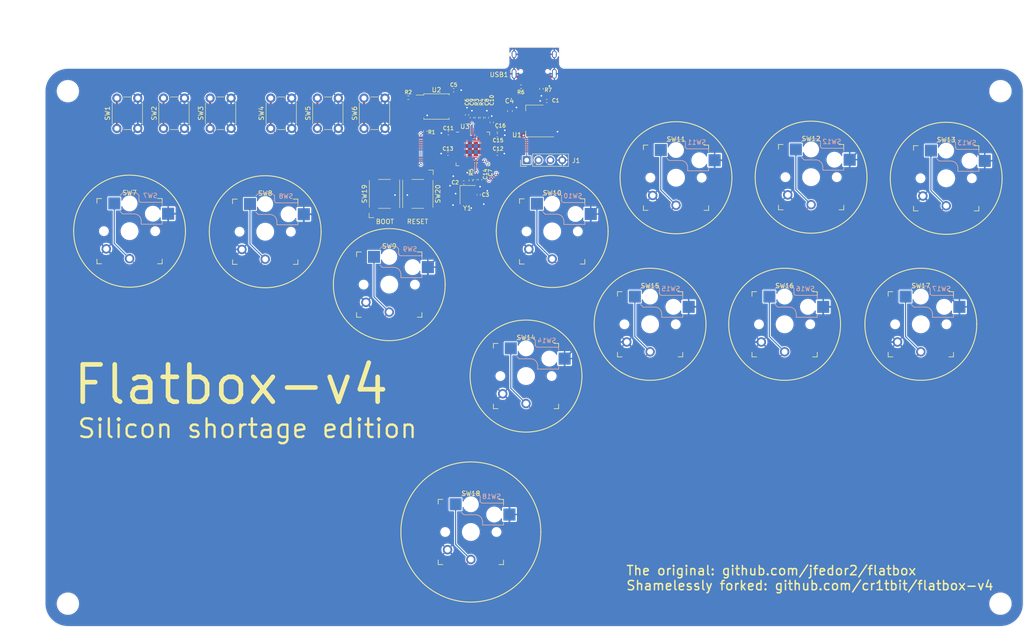
<source format=kicad_pcb>
(kicad_pcb (version 20211014) (generator pcbnew)
  (layers (0 "F.Cu" signal) (31 "B.Cu" signal) (34 "B.Paste" user) (35 "F.Paste" user) (36 "B.SilkS" user "B.Silkscreen") (37 "F.SilkS" user "F.Silkscreen") (38 "B.Mask" user) (39 "F.Mask" user) (44 "Edge.Cuts" user))
  (net 0 "")
  (net 1 "GND")
  (net 2 "+5V")
  (net 3 "D-")
  (net 4 "D+")
  (net 5 "Net-(U3-Pad20)")
  (net 6 "Net-(U3-Pad56)")
  (net 7 "LEFT")
  (net 8 "DOWN")
  (net 9 "RIGHT")
  (net 10 "UP")
  (net 11 "L1")
  (net 12 "R1")
  (net 13 "TRIANGLE")
  (net 14 "SQUARE")
  (net 15 "CIRCLE")
  (net 16 "CROSS")
  (net 17 "R2")
  (net 18 "L2")
  (net 19 "Net-(C3-Pad1)")
  (net 20 "+3V3")
  (net 21 "+1V1")
  (net 22 "Net-(R3-Pad2)")
  (net 23 "Net-(R4-Pad2)")
  (net 24 "Net-(R6-Pad1)")
  (net 25 "Net-(R7-Pad1)")
  (net 26 "Net-(U3-Pad21)")
  (net 27 "Net-(U3-Pad26)")
  (net 28 "Net-(U3-Pad51)")
  (net 29 "OPT1")
  (net 30 "OPT2")
  (net 31 "OPT3")
  (net 32 "OPT4")
  (net 33 "OPT5")
  (net 34 "OPT6")
  (net 35 "Net-(R1-Pad2)")
  (net 36 "Net-(U2-Pad6)")
  (net 37 "Net-(U3-Pad53)")
  (net 38 "Net-(U3-Pad54)")
  (net 39 "Net-(U3-Pad55)")
  (net 48 "Net-(U3-Pad25)")
  (net 49 "Net-(U3-Pad24)")
  (footprint "Kailh:Kailh_socket_PG1350_optional" (layer "F.Cu") (at 87.32 65.17)
    (fp_text reference "SW8")
    (fp_text value "SW_Push")
  )
  (footprint "Kailh:Kailh_socket_PG1350_optional" (layer "F.Cu") (at 113.92 76.52)
    (fp_text reference "SW9")
    (fp_text value "SW_Push")
  )
  (footprint "Kailh:Kailh_socket_PG1350_optional" (layer "F.Cu") (at 131.42 129.62)
    (fp_text reference "SW18")
    (fp_text value "SW_Push")
  )
  (footprint "Kailh:Kailh_socket_PG1350_optional" (layer "F.Cu") (at 148.86 65.11)
    (fp_text reference "SW10")
    (fp_text value "SW_Push")
  )
  (footprint "Kailh:Kailh_socket_PG1350_optional" (layer "F.Cu") (at 175.42 53.58)
    (fp_text reference "SW11")
    (fp_text value "SW_Push")
  )
  (footprint "Kailh:Kailh_socket_PG1350_optional" (layer "F.Cu") (at 204.39 53.46)
    (fp_text reference "SW12")
    (fp_text value "SW_Push")
  )
  (footprint "Kailh:Kailh_socket_PG1350_optional" (layer "F.Cu") (at 233.36 53.7)
    (fp_text reference "SW13")
    (fp_text value "SW_Push")
  )
  (footprint "Kailh:Kailh_socket_PG1350_optional" (layer "F.Cu") (at 143.25 96.15)
    (fp_text reference "SW14")
    (fp_text value "SW_Push")
  )
  (footprint "Kailh:Kailh_socket_PG1350_optional" (layer "F.Cu") (at 169.86 85.04)
    (fp_text reference "SW15")
    (fp_text value "SW_Push")
  )
  (footprint "Kailh:Kailh_socket_PG1350_optional" (layer "F.Cu") (at 198.71 85.04)
    (fp_text reference "SW16")
    (fp_text value "SW_Push")
  )
  (footprint "Kailh:Kailh_socket_PG1350_optional" (layer "F.Cu") (at 227.92 85.04)
    (fp_text reference "SW17")
    (fp_text value "SW_Push")
  )
  (footprint "Kailh:Kailh_socket_PG1350_optional" (layer "F.Cu") (at 58.225 65.05)
    (fp_text reference "SW7")
    (fp_text value "SW_Push")
  )
  (footprint "Button_Switch_THT:SW_PUSH_6mm_H5mm" (layer "F.Cu") (at 88.5 43 90)
    (fp_text reference "SW4")
    (fp_text value "SW_Push")
  )
  (footprint "Button_Switch_THT:SW_PUSH_6mm_H5mm" (layer "F.Cu") (at 65.5 43 90)
    (fp_text reference "SW2")
    (fp_text value "SW_Push")
  )
  (footprint "Button_Switch_THT:SW_PUSH_6mm_H5mm" (layer "F.Cu") (at 98.5 43 90)
    (fp_text reference "SW5")
    (fp_text value "SW_Push")
  )
  (footprint "Button_Switch_THT:SW_PUSH_6mm_H5mm" (layer "F.Cu") (at 55.5 43 90)
    (fp_text reference "SW1")
    (fp_text value "SW_Push")
  )
  (footprint "Button_Switch_THT:SW_PUSH_6mm_H5mm" (layer "F.Cu") (at 75.5 43 90)
    (fp_text reference "SW3")
    (fp_text value "SW_Push")
  )
  (footprint "Button_Switch_THT:SW_PUSH_6mm_H5mm" (layer "F.Cu") (at 108.5 43 90)
    (fp_text reference "SW6")
    (fp_text value "SW_Push")
  )
  (footprint "Resistor_SMD:R_0402_1005Metric" (layer "F.Cu") (at 146.55 34.5 -90)
    (fp_text reference "R7")
    (fp_text value "5.1k")
  )
  (footprint "Type-C:HRO-TYPE-C-31-M-12-Assembly" (layer "F.Cu") (at 145 24.5 180)
    (fp_text reference "USB1")
    (fp_text value "HRO-TYPE-C-31-M-12")
  )
  (footprint "Resistor_SMD:R_0402_1005Metric" (layer "F.Cu") (at 142.15 34.05 180)
    (fp_text reference "R6")
    (fp_text value "5.1k")
  )
  (footprint "Capacitor_SMD:C_0402_1005Metric" (layer "F.Cu") (at 147.7 37.1 180)
    (fp_text reference "C1")
    (fp_text value "1u")
  )
  (footprint "Capacitor_SMD:C_0402_1005Metric" (layer "F.Cu") (at 129.9 54.6)
    (fp_text reference "C2")
    (fp_text value "30p")
  )
  (footprint "Capacitor_SMD:C_0603_1608Metric" (layer "F.Cu") (at 139.8 39.275 90)
    (fp_text reference "C4")
    (fp_text value "10u")
  )
  (footprint "Capacitor_SMD:C_0402_1005Metric" (layer "F.Cu") (at 127.75 34.8)
    (fp_text reference "C5")
    (fp_text value "100n")
  )
  (footprint "Capacitor_SMD:C_0402_1005Metric" (layer "F.Cu") (at 130.6 40.1 90)
    (fp_text reference "C6")
    (fp_text value "100n")
  )
  (footprint "Capacitor_SMD:C_0402_1005Metric" (layer "F.Cu") (at 133.4 54 -90)
    (fp_text reference "C7")
    (fp_text value "100n")
  )
  (footprint "Capacitor_SMD:C_0402_1005Metric" (layer "F.Cu") (at 134.85 40.7 90)
    (fp_text reference "C8")
    (fp_text value "1u")
  )
  (footprint "Capacitor_SMD:C_0402_1005Metric" (layer "F.Cu") (at 131.65 40.7 90)
    (fp_text reference "C9")
    (fp_text value "100n")
  )
  (footprint "Capacitor_SMD:C_0402_1005Metric" (layer "F.Cu") (at 135.9 41.7 90)
    (fp_text reference "C10")
    (fp_text value "1u")
  )
  (footprint "Capacitor_SMD:C_0402_1005Metric" (layer "F.Cu") (at 137.1 44.45)
    (fp_text reference "C15")
    (fp_text value "100n")
  )
  (footprint "Capacitor_SMD:C_0402_1005Metric" (layer "F.Cu") (at 137.1 43.4)
    (fp_text reference "C16")
    (fp_text value "100n")
  )
  (footprint "Resistor_SMD:R_0402_1005Metric" (layer "F.Cu") (at 121.65 43.6 -90)
    (fp_text reference "R1")
    (fp_text value "1k")
  )
  (footprint "Resistor_SMD:R_0402_1005Metric" (layer "F.Cu") (at 118 36.4)
    (fp_text reference "R2")
    (fp_text value "10k")
  )
  (footprint "Resistor_SMD:R_0402_1005Metric" (layer "F.Cu") (at 133.78 40.7 -90)
    (fp_text reference "R4")
    (fp_text value "27")
  )
  (footprint "Button_Switch_SMD:SW_SPST_Omron_B3FS-100xP" (layer "F.Cu") (at 112.9 57.05 90)
    (fp_text reference "SW19")
    (fp_text value "SW_Push")
  )
  (footprint "Package_SO:SOIC-8_5.23x5.23mm_P1.27mm" (layer "F.Cu") (at 124.05 38.3)
    (fp_text reference "U2")
    (fp_text value "W25Q128JVS")
  )
  (footprint "RP2040:RP2040-QFN-56" (layer "F.Cu") (at 131.85 47.4)
    (fp_text reference "U3")
    (fp_text value "RP2040")
  )
  (footprint "Crystal:Crystal_SMD_3225-4Pin_3.2x2.5mm" (layer "F.Cu") (at 130.75 57.25 -90)
    (fp_text reference "Y1")
    (fp_text value "Crystal_GND24")
  )
  (footprint "Resistor_SMD:R_0402_1005Metric" (layer "F.Cu") (at 132.7 40.7 -90)
    (fp_text reference "R3")
    (fp_text value "27")
  )
  (footprint "Capacitor_SMD:C_0402_1005Metric" (layer "F.Cu") (at 133.1 57.25 -90)
    (fp_text reference "C3")
    (fp_text value "30p")
  )
  (footprint "Button_Switch_SMD:SW_SPST_Omron_B3FS-100xP" (layer "F.Cu") (at 120.05 57.05 -90)
    (fp_text reference "SW20")
    (fp_text value "SW_Push")
  )
  (footprint "Capacitor_SMD:C_0402_1005Metric" (layer "F.Cu") (at 126.5 48.4 180)
    (fp_text reference "C13")
    (fp_text value "100n")
  )
  (footprint "Capacitor_SMD:C_0402_1005Metric" (layer "F.Cu") (at 137.1 48.4)
    (fp_text reference "C12")
    (fp_text value "100n")
  )
  (footprint "Resistor_SMD:R_0402_1005Metric" (layer "F.Cu") (at 131.4 54.15 90)
    (fp_text reference "R5")
    (fp_text value "1k")
  )
  (footprint "Capacitor_SMD:C_0402_1005Metric" (layer "F.Cu") (at 132.37 54 -90)
    (fp_text reference "C14")
    (fp_text value "100n")
  )
  (footprint "Capacitor_SMD:C_0402_1005Metric" (layer "F.Cu") (at 126.6 44 180)
    (fp_text reference "C11")
    (fp_text value "100n")
  )
  (footprint "Package_TO_SOT_SMD:SOT-223-3_TabPin2" (layer "F.Cu") (at 145.1 41.4 180)
    (fp_text reference "U1")
    (fp_text value "AMS1117-3.3")
  )
  (footprint "Connector_PinHeader_2.54mm:PinHeader_1x04_P2.54mm_Vertical" (layer "F.Cu") (at 143.4 49.8 90)
    (fp_text reference "J1")
    (fp_text value "Conn_01x04")
  )
  (gr_line (start 70.219015 65.05228) (end 70.219015 65.05228) (layer "F.SilkS") (width 0.2))
  (gr_curve (pts (xy 93.312452 54.754648) (xy 97.023636 56.903105) (xy 99.309821 60.873617) (xy 99.309821 65.17053)) (layer "F.SilkS") (width 0.2))
  (gr_curve (pts (xy 233.918028 74.621539) (xy 237.629213 76.769996) (xy 239.915397 80.740507) (xy 239.915397 85.037421)) (layer "F.SilkS") (width 0.2))
  (gr_curve (pts (xy 245.355098 53.699766) (xy 245.355097 60.342218) (xy 239.98487 65.72699) (xy 233.36036 65.72699)) (layer "F.SilkS") (width 0.2))
  (gr_curve (pts (xy 136.868315 65.114986) (xy 136.868315 60.818073) (xy 139.154499 56.847561) (xy 142.865684 54.699104)) (layer "F.SilkS") (width 0.2))
  (gr_curve (pts (xy 192.714192 95.453303) (xy 189.003008 93.304846) (xy 186.716823 89.334334) (xy 186.716823 85.037421)) (layer "F.SilkS") (width 0.2))
  (gr_curve (pts (xy 163.859914 74.621539) (xy 167.571099 72.473082) (xy 172.143467 72.473082) (xy 175.854652 74.621539)) (layer "F.SilkS") (width 0.2))
  (gr_curve (pts (xy 163.420555 53.581518) (xy 163.420555 49.284605) (xy 165.706739 45.314093) (xy 169.417923 43.165636)) (layer "F.SilkS") (width 0.2))
  (gr_curve (pts (xy 138.918561 116.589918) (xy 143.561067 119.277529) (xy 146.420969 124.244441) (xy 146.420969 129.619665)) (layer "F.SilkS") (width 0.2))
  (gr_curve (pts (xy 137.252477 106.569308) (xy 133.541293 104.420852) (xy 131.255108 100.45034) (xy 131.255108 96.153426)) (layer "F.SilkS") (width 0.2))
  (gr_curve (pts (xy 52.226909 75.468162) (xy 48.515724 73.319705) (xy 46.22954 69.349193) (xy 46.22954 65.05228)) (layer "F.SilkS") (width 0.2))
  (gr_curve (pts (xy 125.917273 76.523042) (xy 125.917273 80.819955) (xy 123.631089 84.790467) (xy 119.919904 86.938924)) (layer "F.SilkS") (width 0.2))
  (gr_curve (pts (xy 210.385198 63.879139) (xy 206.674013 66.027596) (xy 202.101645 66.027596) (xy 198.39046 63.879139)) (layer "F.SilkS") (width 0.2))
  (gr_curve (pts (xy 75.320345 65.17053) (xy 75.320345 60.873617) (xy 77.606529 56.903105) (xy 81.317714 54.754648)) (layer "F.SilkS") (width 0.2))
  (gr_curve (pts (xy 227.362991 43.283884) (xy 231.074176 41.135427) (xy 235.646544 41.135427) (xy 239.357729 43.283884)) (layer "F.SilkS") (width 0.2))
  (gr_curve (pts (xy 149.247215 106.569308) (xy 145.53603 108.717765) (xy 140.963662 108.717765) (xy 137.252477 106.569308)) (layer "F.SilkS") (width 0.2))
  (gr_curve (pts (xy 221.92329 74.621539) (xy 225.634475 72.473082) (xy 230.206843 72.473082) (xy 233.918028 74.621539)) (layer "F.SilkS") (width 0.2))
  (gr_line (start 125.917273 76.523042) (end 125.917273 76.523042) (layer "F.SilkS") (width 0.2))
  (gr_line (start 210.706299 85.037421) (end 210.706299 85.037421) (layer "F.SilkS") (width 0.2))
  (gr_curve (pts (xy 142.865684 54.699104) (xy 146.576869 52.550648) (xy 151.149237 52.550648) (xy 154.860422 54.699104)) (layer "F.SilkS") (width 0.2))
  (gr_curve (pts (xy 154.860422 75.530868) (xy 151.149237 77.679325) (xy 146.576869 77.679325) (xy 142.865684 75.530868)) (layer "F.SilkS") (width 0.2))
  (gr_curve (pts (xy 101.927798 76.523042) (xy 101.927798 72.226128) (xy 104.213982 68.255617) (xy 107.925166 66.10716)) (layer "F.SilkS") (width 0.2))
  (gr_curve (pts (xy 233.36036 65.72699) (xy 226.73585 65.72699) (xy 221.365623 60.342218) (xy 221.365622 53.699766)) (layer "F.SilkS") (width 0.2))
  (gr_curve (pts (xy 192.393091 53.463258) (xy 192.393091 49.166344) (xy 194.679275 45.195832) (xy 198.39046 43.047376)) (layer "F.SilkS") (width 0.2))
  (gr_curve (pts (xy 146.420969 129.619665) (xy 146.420969 134.994889) (xy 143.561067 139.9618) (xy 138.918561 142.649412)) (layer "F.SilkS") (width 0.2))
  (gr_curve (pts (xy 46.22954 65.05228) (xy 46.22954 60.755367) (xy 48.515724 56.784855) (xy 52.226909 54.636398)) (layer "F.SilkS") (width 0.2))
  (gr_curve (pts (xy 175.854652 74.621539) (xy 179.565837 76.769996) (xy 181.852021 80.740507) (xy 181.852021 85.037421)) (layer "F.SilkS") (width 0.2))
  (gr_curve (pts (xy 142.865684 75.530868) (xy 139.154499 73.382411) (xy 136.868315 69.4119) (xy 136.868315 65.114986)) (layer "F.SilkS") (width 0.2))
  (gr_curve (pts (xy 107.925166 86.938924) (xy 104.213982 84.790467) (xy 101.927798 80.819955) (xy 101.927798 76.523042)) (layer "F.SilkS") (width 0.2))
  (gr_curve (pts (xy 233.918028 95.453303) (xy 230.206843 97.601759) (xy 225.634475 97.601759) (xy 221.92329 95.453303)) (layer "F.SilkS") (width 0.2))
  (gr_curve (pts (xy 163.859914 95.453303) (xy 160.148729 93.304846) (xy 157.862545 89.334334) (xy 157.862545 85.037421)) (layer "F.SilkS") (width 0.2))
  (gr_curve (pts (xy 210.385198 43.047376) (xy 214.096383 45.195832) (xy 216.382567 49.166344) (xy 216.382567 53.463258)) (layer "F.SilkS") (width 0.2))
  (gr_curve (pts (xy 64.221646 54.636398) (xy 67.932831 56.784855) (xy 70.219015 60.755367) (xy 70.219015 65.05228)) (layer "F.SilkS") (width 0.2))
  (gr_curve (pts (xy 123.913745 142.649412) (xy 119.271238 139.9618) (xy 116.411337 134.994889) (xy 116.411337 129.619665)) (layer "F.SilkS") (width 0.2))
  (gr_curve (pts (xy 204.70893 74.621539) (xy 208.420115 76.769996) (xy 210.706299 80.740507) (xy 210.706299 85.037421)) (layer "F.SilkS") (width 0.2))
  (gr_line (start 187.41003 53.581518) (end 187.41003 53.581518) (layer "F.SilkS") (width 0.2))
  (gr_curve (pts (xy 93.312452 75.586412) (xy 89.601267 77.734869) (xy 85.028899 77.734869) (xy 81.317714 75.586412)) (layer "F.SilkS") (width 0.2))
  (gr_curve (pts (xy 216.382567 53.463258) (xy 216.382567 57.760171) (xy 214.096383 61.730683) (xy 210.385198 63.879139)) (layer "F.SilkS") (width 0.2))
  (gr_curve (pts (xy 154.860422 54.699104) (xy 158.571607 56.847561) (xy 160.857791 60.818073) (xy 160.857791 65.114986)) (layer "F.SilkS") (width 0.2))
  (gr_curve (pts (xy 181.852021 85.037421) (xy 181.852021 89.334334) (xy 179.565837 93.304846) (xy 175.854652 95.453303)) (layer "F.SilkS") (width 0.2))
  (gr_curve (pts (xy 107.925166 66.10716) (xy 111.636351 63.958703) (xy 116.208719 63.958703) (xy 119.919904 66.10716)) (layer "F.SilkS") (width 0.2))
  (gr_curve (pts (xy 210.706299 85.037421) (xy 210.706299 89.334334) (xy 208.420115 93.304846) (xy 204.70893 95.453303)) (layer "F.SilkS") (width 0.2))
  (gr_curve (pts (xy 81.317714 54.754648) (xy 85.028899 52.606192) (xy 89.601267 52.606192) (xy 93.312452 54.754648)) (layer "F.SilkS") (width 0.2))
  (gr_curve (pts (xy 198.39046 63.879139) (xy 194.679275 61.730683) (xy 192.393091 57.760171) (xy 192.393091 53.463258)) (layer "F.SilkS") (width 0.2))
  (gr_curve (pts (xy 116.411337 129.619665) (xy 116.411337 124.244441) (xy 119.271238 119.277529) (xy 123.913745 116.589918)) (layer "F.SilkS") (width 0.2))
  (gr_curve (pts (xy 149.247215 85.737546) (xy 152.9584 87.886001) (xy 155.244584 91.856513) (xy 155.244584 96.153426)) (layer "F.SilkS") (width 0.2))
  (gr_line (start 155.244584 96.153426) (end 155.244584 96.153426) (layer "F.SilkS") (width 0.2))
  (gr_curve (pts (xy 155.244584 96.153426) (xy 155.244584 100.45034) (xy 152.9584 104.420852) (xy 149.247215 106.569308)) (layer "F.SilkS") (width 0.2))
  (gr_curve (pts (xy 181.412661 63.9974) (xy 177.701476 66.145857) (xy 173.129108 66.145857) (xy 169.417923 63.9974)) (layer "F.SilkS") (width 0.2))
  (gr_curve (pts (xy 175.854652 95.453303) (xy 172.143467 97.601759) (xy 167.571099 97.601759) (xy 163.859914 95.453303)) (layer "F.SilkS") (width 0.2))
  (gr_curve (pts (xy 137.252477 85.737546) (xy 140.963662 83.589088) (xy 145.53603 83.589088) (xy 149.247215 85.737546)) (layer "F.SilkS") (width 0.2))
  (gr_curve (pts (xy 192.714192 74.621539) (xy 196.425377 72.473082) (xy 200.997745 72.473082) (xy 204.70893 74.621539)) (layer "F.SilkS") (width 0.2))
  (gr_line (start 160.857791 65.114986) (end 160.857791 65.114986) (layer "F.SilkS") (width 0.2))
  (gr_curve (pts (xy 64.221646 75.468162) (xy 60.510462 77.616619) (xy 55.938093 77.616619) (xy 52.226909 75.468162)) (layer "F.SilkS") (width 0.2))
  (gr_curve (pts (xy 131.255108 96.153426) (xy 131.255108 91.856513) (xy 133.541293 87.886001) (xy 137.252477 85.737546)) (layer "F.SilkS") (width 0.2))
  (gr_curve (pts (xy 204.70893 95.453303) (xy 200.997745 97.601759) (xy 196.425377 97.601759) (xy 192.714192 95.453303)) (layer "F.SilkS") (width 0.2))
  (gr_curve (pts (xy 187.41003 53.581518) (xy 187.41003 57.878432) (xy 185.123846 61.848943) (xy 181.412661 63.9974)) (layer "F.SilkS") (width 0.2))
  (gr_line (start 216.382567 53.463258) (end 216.382567 53.463258) (layer "F.SilkS") (width 0.2))
  (gr_curve (pts (xy 221.365622 53.699766) (xy 221.365622 49.402853) (xy 223.651806 45.432341) (xy 227.362991 43.283884)) (layer "F.SilkS") (width 0.2))
  (gr_curve (pts (xy 198.39046 43.047376) (xy 202.101645 40.898919) (xy 206.674013 40.898919) (xy 210.385198 43.047376)) (layer "F.SilkS") (width 0.2))
  (gr_curve (pts (xy 119.919904 66.10716) (xy 123.631089 68.255617) (xy 125.917273 72.226128) (xy 125.917273 76.523042)) (layer "F.SilkS") (width 0.2))
  (gr_curve (pts (xy 169.417923 43.165636) (xy 173.129108 41.01718) (xy 177.701476 41.01718) (xy 181.412661 43.165636)) (layer "F.SilkS") (width 0.2))
  (gr_curve (pts (xy 123.913745 116.589918) (xy 128.556251 113.902306) (xy 134.276055 113.902306) (xy 138.918561 116.589918)) (layer "F.SilkS") (width 0.2))
  (gr_line (start 245.355098 53.699766) (end 245.355098 53.699766) (layer "F.SilkS") (width 0.2))
  (gr_line (start 99.309821 65.17053) (end 99.309821 65.17053) (layer "F.SilkS") (width 0.2))
  (gr_curve (pts (xy 181.412661 43.165636) (xy 185.123846 45.314093) (xy 187.41003 49.284605) (xy 187.41003 53.581518)) (layer "F.SilkS") (width 0.2))
  (gr_curve (pts (xy 70.219015 65.05228) (xy 70.219015 69.349193) (xy 67.932831 73.319705) (xy 64.221646 75.468162)) (layer "F.SilkS") (width 0.2))
  (gr_curve (pts (xy 81.317714 75.586412) (xy 77.606529 73.437955) (xy 75.320345 69.467444) (xy 75.320345 65.17053)) (layer "F.SilkS") (width 0.2))
  (gr_curve (pts (xy 119.919904 86.938924) (xy 116.208719 89.08738) (xy 111.636351 89.08738) (xy 107.925166 86.938924)) (layer "F.SilkS") (width 0.2))
  (gr_curve (pts (xy 239.915397 85.037421) (xy 239.915397 89.334334) (xy 237.629213 93.304846) (xy 233.918028 95.453303)) (layer "F.SilkS") (width 0.2))
  (gr_curve (pts (xy 239.357729 43.283884) (xy 243.068914 45.432341) (xy 245.355098 49.402853) (xy 245.355098 53.699766)) (layer "F.SilkS") (width 0.2))
  (gr_line (start 239.915397 85.037421) (end 239.915397 85.037421) (layer "F.SilkS") (width 0.2))
  (gr_curve (pts (xy 215.925921 85.037421) (xy 215.925921 80.740507) (xy 218.212105 76.769996) (xy 221.92329 74.621539)) (layer "F.SilkS") (width 0.2))
  (gr_curve (pts (xy 52.226909 54.636398) (xy 55.938093 52.487941) (xy 60.510462 52.487941) (xy 64.221646 54.636398)) (layer "F.SilkS") (width 0.2))
  (gr_curve (pts (xy 138.918561 142.649412) (xy 134.276055 145.337024) (xy 128.556251 145.337024) (xy 123.913745 142.649412)) (layer "F.SilkS") (width 0.2))
  (gr_curve (pts (xy 157.862545 85.037421) (xy 157.862545 80.740507) (xy 160.148729 76.769996) (xy 163.859914 74.621539)) (layer "F.SilkS") (width 0.2))
  (gr_curve (pts (xy 160.857791 65.114986) (xy 160.857791 69.4119) (xy 158.571607 73.382411) (xy 154.860422 75.530868)) (layer "F.SilkS") (width 0.2))
  (gr_curve (pts (xy 99.309821 65.17053) (xy 99.309821 69.467444) (xy 97.023636 73.437955) (xy 93.312452 75.586412)) (layer "F.SilkS") (width 0.2))
  (gr_line (start 146.420969 129.619665) (end 146.420969 129.619665) (layer "F.SilkS") (width 0.2))
  (gr_line (start 181.852021 85.037421) (end 181.852021 85.037421) (layer "F.SilkS") (width 0.2))
  (gr_curve (pts (xy 169.417923 63.9974) (xy 165.706739 61.848943) (xy 163.420555 57.878432) (xy 163.420555 53.581518)) (layer "F.SilkS") (width 0.2))
  (gr_curve (pts (xy 186.716823 85.037421) (xy 186.716823 80.740507) (xy 189.003008 76.769996) (xy 192.714192 74.621539)) (layer "F.SilkS") (width 0.2))
  (gr_curve (pts (xy 221.92329 95.453303) (xy 218.212105 93.304846) (xy 215.925921 89.334334) (xy 215.925921 85.037421)) (layer "F.SilkS") (width 0.2))
  (gr_line (start 150.5 25.5) (end 150.5 29) (layer "Edge.Cuts") (width 0.05))
  (gr_line (start 45 30) (end 138.5 30) (layer "Edge.Cuts") (width 0.05))
  (gr_line (start 250 35) (end 250 145) (layer "Edge.Cuts") (width 0.05))
  (gr_line (start 245 150) (end 45 150) (layer "Edge.Cuts") (width 0.05))
  (gr_line (start 40 145) (end 40 35) (layer "Edge.Cuts") (width 0.05))
  (gr_line (start 151.5 30) (end 245 30) (layer "Edge.Cuts") (width 0.05))
  (gr_line (start 139.5 29) (end 139.5 25.5) (layer "Edge.Cuts") (width 0.05))
  (gr_arc (start 45 150) (mid 41.464466 148.535534) (end 40 145) (layer "Edge.Cuts") (width 0.05))
  (gr_circle (center 45 145) (end 47.2 145) (layer "Edge.Cuts") (width 0.05) (fill none))
  (gr_circle (center 45 35) (end 47.2 35) (layer "Edge.Cuts") (width 0.05) (fill none))
  (gr_arc (start 40 35) (mid 41.464466 31.464466) (end 45 30) (layer "Edge.Cuts") (width 0.05))
  (gr_circle (center 245 145) (end 247.2 145) (layer "Edge.Cuts") (width 0.05) (fill none))
  (gr_line (start 139.5 25.5) (end 150.5 25.5) (layer "Edge.Cuts") (width 0.05))
  (gr_arc (start 245 30) (mid 248.535534 31.464466) (end 250 35) (layer "Edge.Cuts") (width 0.05))
  (gr_arc (start 139.5 29) (mid 139.207107 29.707107) (end 138.5 30) (layer "Edge.Cuts") (width 0.05))
  (gr_arc (start 250 145) (mid 248.535534 148.535534) (end 245 150) (layer "Edge.Cuts") (width 0.05))
  (gr_arc (start 151.5 30) (mid 150.792893 29.707107) (end 150.5 29) (layer "Edge.Cuts") (width 0.05))
  (gr_circle (center 245 35) (end 247.2 35) (layer "Edge.Cuts") (width 0.05) (fill none))
  (gr_text "The original: github.com/jfedor2/flatbox\nShamelessly forked: github.com/cr1tbit/flatbox-v4" (at 164.6 139.5) (layer "F.SilkS") (effects (font (size 2 2) (thickness 0.3)) (justify left)))
  (gr_text "BOOT" (at 113 63) (layer "F.SilkS") (effects (font (size 1 1))))
  (gr_text "Flatbox-v4" (at 80 98) (layer "F.SilkS") (effects (font (size 8 8) (thickness 1))))
  (gr_text "RESET" (at 120 63) (layer "F.SilkS") (effects (font (size 1 1))))
  (gr_text "Silicon shortage edition" (at 83.5 107.4) (layer "F.SilkS") (effects (font (size 4 4) (thickness 0.5))))
  (segment (start 129.42 53.73) (end 129.42 54.6) (width 0.2) (layer "F.Cu") (net 1))
  (segment (start 130.85 52.3) (end 130.65 52.5) (width 0.2) (layer "F.Cu") (net 1))
  (segment (start 134.85 40.22) (end 134.85 39.2) (width 0.2) (layer "F.Cu") (net 1))
  (segment (start 130.65 52.5) (end 129.42 53.73) (width 0.2) (layer "F.Cu") (net 1))
  (segment (start 122.045 40.205) (end 122.05 40.2) (width 0.2) (layer "F.Cu") (net 1))
  (segment (start 132.340002 59.45) (end 130.1 59.45) (width 0.2) (layer "F.Cu") (net 1))
  (segment (start 130.85 50.8375) (end 130.85 52.3) (width 0.2) (layer "F.Cu") (net 1))
  (segment (start 120.45 40.205) (end 122.045 40.205) (width 0.2) (layer "F.Cu") (net 1))
  (segment (start 133.1 58.690002) (end 132.340002 59.45) (width 0.2) (layer "F.Cu") (net 1))
  (segment (start 141.75 33.94) (end 141.64 34.05) (width 0.2) (layer "F.Cu") (net 1))
  (segment (start 117.8 57.3) (end 117.8 61.05) (width 0.2) (layer "F.Cu") (net 1))
  (segment (start 131.65 40.22) (end 131.65 39.2) (width 0.2) (layer "F.Cu") (net 1))
  (segment (start 148.405 32.195) (end 148.35 32.195) (width 0.381) (layer "F.Cu") (net 1))
  (segment (start 117.8 53.05) (end 117.8 57.3) (width 0.2) (layer "F.Cu") (net 1))
  (segment (start 129.9 58.25) (end 131.6 56.55) (width 0.2) (layer "F.Cu") (net 1))
  (segment (start 149.32 31.28) (end 148.405 32.195) (width 0.381) (layer "F.Cu") (net 1))
  (segment (start 131.6 56.55) (end 131.6 56.15) (width 0.2) (layer "F.Cu") (net 1))
  (segment (start 148.25 43.7) (end 150 43.7) (width 0.2) (layer "F.Cu") (net 1))
  (segment (start 115.15 57.3) (end 115.15 53.05) (width 0.2) (layer "F.Cu") (net 1))
  (segment (start 141.595 32.195) (end 140.68 31.28) (width 0.381) (layer "F.Cu") (net 1))
  (segment (start 139.8 38.5) (end 141.2 38.5) (width 0.4) (layer "F.Cu") (net 1))
  (segment (start 115.15 61.05) (end 115.15 57.3) (width 0.2) (layer "F.Cu") (net 1))
  (segment (start 137.58 44.45) (end 138.7 44.45) (width 0.2) (layer "F.Cu") (net 1))
  (segment (start 129.42 54.6) (end 128.85 55.17) (width 0.2) (layer "F.Cu") (net 1))
  (segment (start 128.85 57.3) (end 129.9 58.35) (width 0.2) (layer "F.Cu") (net 1))
  (segment (start 129.9 58.35) (end 129.9 58.25) (width 0.2) (layer "F.Cu") (net 1))
  (segment (start 147.22 37.1) (end 146.3 37.1) (width 0.2) (layer "F.Cu") (net 1))
  (segment (start 126.02 48.4) (end 125.05 48.4) (width 0.2) (layer "F.Cu") (net 1))
  (segment (start 141.75 32.195) (end 141.75 33.94) (width 0.2) (layer "F.Cu") (net 1))
  (segment (start 128.85 55.17) (end 128.85 57.3) (width 0.2) (layer "F.Cu") (net 1))
  (segment (start 130.6 39.62) (end 130.6 38.55) (width 0.2) (layer "F.Cu") (net 1))
  (segment (start 132.38 54.48) (end 133.4 55.5) (width 0.2) (layer "F.Cu") (net 1))
  (segment (start 141.775 32.195) (end 141.595 32.195) (width 0.381) (layer "F.Cu") (net 1))
  (segment (start 132.37 54.48) (end 132.38 54.48) (width 0.2) (layer "F.Cu") (net 1))
  (segment (start 137.58 43.4) (end 138.7 43.4) (width 0.2) (layer "F.Cu") (net 1))
  (segment (start 129.9 59.25) (end 129.9 58.35) (width 0.2) (layer "F.Cu") (net 1))
  (segment (start 135.9 41.22) (end 135.9 40.35) (width 0.2) (layer "F.Cu") (net 1))
  (segment (start 137.58 48.4) (end 138.6 48.4) (width 0.2) (layer "F.Cu") (net 1))
  (segment (start 146.55 35.01) (end 146.55 36) (width 0.2) (layer "F.Cu") (net 1))
  (segment (start 128.23 34.8) (end 129.35 34.8) (width 0.4) (layer "F.Cu") (net 1))
  (segment (start 126.12 44) (end 125.1 44) (width 0.4) (layer "F.Cu") (net 1))
  (segment (start 130.1 59.45) (end 129.9 59.25) (width 0.2) (layer "F.Cu") (net 1))
  (segment (start 133.1 57.73) (end 133.1 58.690002) (width 0.2) (layer "F.Cu") (net 1))
  (segment (start 148.25 32.195) (end 148.25 33.9) (width 0.4) (layer "F.Cu") (net 1))
  (via (at 133.4 55.5) (size 0.6) (drill 0.35) (layers "F.Cu" "B.Cu") (net 1))
  (via (at 130.6 38.55) (size 0.6) (drill 0.35) (layers "F.Cu" "B.Cu") (net 1))
  (via (at 126.95 55.3) (size 0.6) (drill 0.35) (layers "F.Cu" "B.Cu") (net 1))
  (via (at 122.05 40.2) (size 0.6) (drill 0.35) (layers "F.Cu" "B.Cu") (net 1))
  (via (at 148.25 33.9) (size 0.6) (drill 0.35) (layers "F.Cu" "B.Cu") (net 1))
  (via (at 134.85 39.2) (size 0.6) (drill 0.35) (layers "F.Cu" "B.Cu") (net 1))
  (via (at 127.65 53.25) (size 0.6) (drill 0.35) (layers "F.Cu" "B.Cu") (net 1))
  (via (at 138.7 43.4) (size 0.6) (drill 0.35) (layers "F.Cu" "B.Cu") (net 1))
  (via (at 134.2 59.25) (size 0.6) (drill 0.35) (layers "F.Cu" "B.Cu") (net 1))
  (via (at 141.2 38.5) (size 0.6) (drill 0.35) (layers "F.Cu" "B.Cu") (net 1))
  (via (at 146.3 37.1) (size 0.6) (drill 0.35) (layers "F.Cu" "B.Cu") (net 1))
  (via (at 138.7 44.45) (size 0.6) (drill 0.35) (layers "F.Cu" "B.Cu") (net 1))
  (via (at 131.65 39.2) (size 0.6) (drill 0.35) (layers "F.Cu" "B.Cu") (net 1))
  (via (at 138.6 48.4) (size 0.6) (drill 0.35) (layers "F.Cu" "B.Cu") (net 1))
  (via (at 129.35 34.8) (size 0.6) (drill 0.35) (layers "F.Cu" "B.Cu") (net 1))
  (via (at 127.6 59.45) (size 0.6) (drill 0.35) (layers "F.Cu" "B.Cu") (net 1))
  (via (at 146.55 36) (size 0.6) (drill 0.35) (layers "F.Cu" "B.Cu") (net 1))
  (via (at 128.15 57) (size 0.6) (drill 0.35) (layers "F.Cu" "B.Cu") (net 1))
  (via (at 135.9 40.35) (size 0.6) (drill 0.35) (layers "F.Cu" "B.Cu") (net 1))
  (via (at 117.8 57.3) (size 0.6) (drill 0.35) (layers "F.Cu" "B.Cu") (net 1))
  (via (at 125.05 48.4) (size 0.6) (drill 0.35) (layers "F.Cu" "B.Cu") (net 1))
  (via (at 131.5 60.1) (size 0.6) (drill 0.35) (layers "F.Cu" "B.Cu") (net 1))
  (via (at 134.95 56.4) (size 0.6) (drill 0.35) (layers "F.Cu" "B.Cu") (net 1))
  (via (at 125.1 44) (size 0.6) (drill 0.35) (layers "F.Cu" "B.Cu") (net 1))
  (via (at 150 43.7) (size 0.6) (drill 0.35) (layers "F.Cu" "B.Cu") (net 1))
  (via (at 115.15 57.3) (size 0.6) (drill 0.35) (layers "F.Cu" "B.Cu") (net 1))
  (via (at 130.65 52.5) (size 0.6) (drill 0.35) (layers "F.Cu" "B.Cu") (net 1))
  (segment (start 151.525 97.475) (end 151.525 92.4) (width 0.381) (layer "B.Cu") (net 1))
  (segment (start 98.1 69.5) (end 108.92 80.32) (width 0.381) (layer "B.Cu") (net 1))
  (segment (start 90.9 34.4) (end 82.1 34.4) (width 0.381) (layer "B.Cu") (net 1))
  (segment (start 113 36.5) (end 110.9 34.4) (width 0.381) (layer "B.Cu") (net 1))
  (segment (start 88.8 72.9) (end 95.595 66.105) (width 0.381) (layer "B.Cu") (net 1))
  (segment (start 103 43) (end 101 45) (width 0.381) (layer "B.Cu") (net 1))
  (segment (start 93 36.5) (end 93 43) (width 0.381) (layer "B.Cu") (net 1))
  (segment (start 197.92 93.05) (end 200.35 93.05) (width 0.381) (layer "B.Cu") (net 1))
  (segment (start 212.665 54.535) (end 212.665 49.71) (width 0.381) (layer "B.Cu") (net 1))
  (segment (start 134.55 114.9) (end 139.695 120.045) (width 0.381) (layer "B.Cu") (net 1))
  (segment (start 222.92 88.84) (end 219.34 88.84) (width 0.381) (layer "B.Cu") (net 1))
  (segment (start 115.4 84.25) (end 122.195 77.455) (width 0.381) (layer "B.Cu") (net 1))
  (segment (start 200.35 93.05) (end 206.985 86.415) (width 0.381) (layer "B.Cu") (net 1))
  (segment (start 49.2 53.8) (end 49.2 64.825) (width 0.381) (layer "B.Cu") (net 1))
  (segment (start 95 45) (end 93 43) (width 0.381) (layer "B.Cu") (net 1))
  (segment (start 232.51 61.65) (end 235.45 61.65) (width 0.381) (layer "B.Cu") (net 1))
  (segment (start 211.79 81.29) (end 206.985 81.29) (width 0.381) (layer "B.Cu") (net 1))
  (segment (start 224.5 69.595) (end 236.195 81.29) (width 0.381) (layer "B.Cu") (net 1))
  (segment (start 95.595 61.42) (end 97.27 61.42) (width 0.381) (layer "B.Cu") (net 1))
  (segment (start 212.665 49.71) (end 216.515501 45.859499) (width 0.381) (layer "B.Cu") (net 1))
  (segment (start 105.1 34.4) (end 103 36.5) (width 0.381) (layer "B.Cu") (net 1))
  (segment (start 60 36.5) (end 60 43) (width 0.381) (layer "B.Cu") (net 1))
  (segment (start 132.6 137.5) (end 139.695 130.405) (width 0.381) (layer "B.Cu") (net 1))
  (segment (start 82.32 68.97) (end 86.25 72.9) (width 0.381) (layer "B.Cu") (net 1))
  (segment (start 190.09 88.84) (end 182.54 81.29) (width 0.381) (layer "B.Cu") (net 1))
  (segment (start 139.695 130.405) (end 139.695 125.87) (width 0.381) (layer "B.Cu") (net 1))
  (segment (start 142.4 104.1) (end 144.9 104.1) (width 0.381) (layer "B.Cu") (net 1))
  (segment (start 183.695 54.505) (end 183.695 49.83) (width 0.381) (layer "B.Cu") (net 1))
  (segment (start 191.96 49.83) (end 196.831401 54.701401) (width 0.381) (layer "B.Cu") (net 1))
  (segment (start 171.3 92.9) (end 178.135 86.065) (width 0.381) (layer "B.Cu") (net 1))
  (segment (start 241.635 55.465) (end 241.635 49.95) (width 0.381) (layer "B.Cu") (net 1))
  (segment (start 97.27 61.42) (end 98.1 62.25) (width 0.381) (layer "B.Cu") (net 1))
  (segment (start 196.831401 54.701401) (end 199.39 57.26) (width 0.381) (layer "B.Cu") (net 1))
  (segment (start 157.135 61.36) (end 161.945 56.55) (width 0.381) (layer "B.Cu") (net 1))
  (segment (start 70 36.5) (end 67.9 34.4) (width 0.381) (layer "B.Cu") (net 1))
  (segment (start 170.42 57.38) (end 174.64 61.6) (width 0.381) (layer "B.Cu") (net 1))
  (segment (start 66.5 61.3) (end 71.3 61.3) (width 0.381) (layer "B.Cu") (net 1))
  (segment (start 93 36.5) (end 90.9 34.4) (width 0.381) (layer "B.Cu") (net 1))
  (segment (start 126.42 133.42) (end 130.5 137.5) (width 0.381) (layer "B.Cu") (net 1))
  (segment (start 229.8 92.9) (end 236.195 86.505) (width 0.381) (layer "B.Cu") (net 1))
  (segment (start 193.71 88.84) (end 190.09 88.84) (width 0.381) (layer "B.Cu") (net 1))
  (segment (start 161.945 56.55) (end 169.59 56.55) (width 0.381) (layer "B.Cu") (net 1))
  (segment (start 206.985 86.415) (end 206.985 81.29) (width 0.381) (layer "B.Cu") (net 1))
  (segment (start 82.1 34.4) (end 80 36.5) (width 0.381) (layer "B.Cu") (net 1))
  (segment (start 78.97 68.97) (end 82.32 68.97) (width 0.381) (layer "B.Cu") (net 1))
  (segment (start 226.98 92.9) (end 229.8 92.9) (width 0.381) (layer "B.Cu") (net 1))
  (segment (start 130.5 137.5) (end 132.6 137.5) (width 0.381) (layer "B.Cu") (net 1))
  (segment (start 174.64 61.6) (end 176.6 61.6) (width 0.381) (layer "B.Cu") (net 1))
  (segment (start 164.86 88.84) (end 168.92 92.9) (width 0.381) (layer "B.Cu") (net 1))
  (segment (start 169.59 56.55) (end 170.42 57.38) (width 0.381) (layer "B.Cu") (net 1))
  (segment (start 237.544499 45.859499) (end 241.635 49.95) (width 0.381) (layer "B.Cu") (net 1))
  (segment (start 157.135 66.365) (end 157.135 61.36) (width 0.381) (layer "B.Cu") (net 1))
  (segment (start 148.05 73.1) (end 150.4 73.1) (width 0.381) (layer "B.Cu") (net 1))
  (segment (start 134.55 103.65) (end 134.55 114.9) (width 0.381) (layer "B.Cu") (net 1))
  (segment (start 103 36.5) (end 103 43) (width 0.381) (layer "B.Cu") (net 1))
  (segment (start 112.85 84.25) (end 115.4 84.25) (width 0.381) (layer "B.Cu") (net 1))
  (segment (start 199.39 57.26) (end 203.63 61.5) (width 0.381) (layer "B.Cu") (net 1))
  (segment (start 178.135 86.065) (end 178.135 81.29) (width 0.381) (layer "B.Cu") (net 1))
  (segment (start 176.6 61.6) (end 183.695 54.505) (width 0.381) (layer "B.Cu") (net 1))
  (segment (start 122.195 72.77) (end 127.865 67.1) (width 0.381) (layer "B.Cu") (net 1))
  (segment (start 66.5 65.7) (end 66.5 61.3) (width 0.381) (layer "B.Cu") (net 1))
  (segment (start 228.36 57.5) (end 224.5 61.36) (width 0.381) (layer "B.Cu") (net 1))
  (segment (start 101 45) (end 95 45) (width 0.381) (layer "B.Cu") (net 1))
  (segment (start 138.25 99.95) (end 142.4 104.1) (width 0.381) (layer "B.Cu") (net 1))
  (segment (start 183.695 49.83) (end 191.96 49.83) (width 0.381) (layer "B.Cu") (net 1))
  (segment (start 164.86 88.84) (end 155.085 88.84) (width 0.381) (layer "B.Cu") (net 1))
  (segment (start 219.34 88.84) (end 211.79 81.29) (width 0.381) (layer "B.Cu") (net 1))
  (segment (start 80 43) (end 78 45) (width 0.381) (layer "B.Cu") (net 1))
  (segment (start 60 43) (end 49.2 53.8) (width 0.381) (layer "B.Cu") (net 1))
  (segment (start 59.4 72.8) (end 66.5 65.7) (width 0.381) (layer "B.Cu") (net 1))
  (segment (start 127.865 67.1) (end 142.05 67.1) (width 0.381) (layer "B.Cu") (net 1))
  (segment (start 80 36.5) (end 80 43) (width 0.381) (layer "B.Cu") (net 1))
  (segment (start 203.63 61.5) (end 205.7 61.5) (width 0.381) (layer "B.Cu") (net 1))
  (segment (start 155.085 88.84) (end 151.525 92.4) (width 0.381) (layer "B.Cu") (net 1))
  (segment (start 228.36 57.5) (end 232.51 61.65) (width 0.381) (layer "B.Cu") (net 1))
  (segment (start 78 45) (end 72 45) (width 0.381) (layer "B.Cu") (net 1))
  (segment (start 182.54 81.29) (end 178.135 81.29) (width 0.381) (layer "B.Cu") (net 1))
  (segment (start 144.9 104.1) (end 151.525 97.475) (width 0.381) (layer "B.Cu") (net 1))
  (segment (start 110.9 34.4) (end 105.1 34.4) (width 0.381) (layer "B.Cu") (net 1))
  (segment (start 235.45 61.65) (end 241.635 55.465) (width 0.381) (layer "B.Cu") (net 1))
  (segment (start 138.25 99.95) (end 134.55 103.65) (width 0.381) (layer "B.Cu") (net 1))
  (segment (start 139.695 120.045) (end 139.695 125.87) (width 0.381) (layer "B.Cu") (net 1))
  (segment (start 143.86 68.91) (end 148.05 73.1) (width 0.381) (layer "B.Cu") (net 1))
  (segment (start 205.7 61.5) (end 212.665 54.535) (width 0.381) (layer "B.Cu") (net 1))
  (segment (start 222.92 88.84) (end 226.98 92.9) (width 0.381) (layer "B.Cu") (net 1))
  (segment (start 86.25 72.9) (end 88.8 72.9) (width 0.381) (layer "B.Cu") (net 1))
  (segment (start 57.175 72.8) (end 59.4 72.8) (width 0.381) (layer "B.Cu") (net 1))
  (segment (start 49.2 64.825) (end 53.225 68.85) (width 0.381) (layer "B.Cu") (net 1))
  (segment (start 216.515501 45.859499) (end 237.544499 45.859499) (width 0.381) (layer "B.Cu") (net 1))
  (segment (start 113 36.5) (end 113 43) (width 0.381) (layer "B.Cu") (net 1))
  (segment (start 98.1 62.25) (end 98.1 69.5) (width 0.381) (layer "B.Cu") (net 1))
  (segment (start 193.71 88.84) (end 197.92 93.05) (width 0.381) (layer "B.Cu") (net 1))
  (segment (start 122.195 77.455) (end 122.195 72.77) (width 0.381) (layer "B.Cu") (net 1))
  (segment (start 72 45) (end 70 43) (width 0.381) (layer "B.Cu") (net 1))
  (segment (start 62.1 34.4) (end 60 36.5) (width 0.381) (layer "B.Cu") (net 1))
  (segment (start 95.595 66.105) (end 95.595 61.42) (width 0.381) (layer "B.Cu") (net 1))
  (segment (start 150.4 73.1) (end 157.135 66.365) (width 0.381) (layer "B.Cu") (net 1))
  (segment (start 53.225 68.85) (end 57.175 72.8) (width 0.381) (layer "B.Cu") (net 1))
  (segment (start 67.9 34.4) (end 62.1 34.4) (width 0.381) (layer "B.Cu") (net 1))
  (segment (start 71.3 61.3) (end 78.97 68.97) (width 0.381) (layer "B.Cu") (net 1))
  (segment (start 70 36.5) (end 70 43) (width 0.381) (layer "B.Cu") (net 1))
  (segment (start 168.92 92.9) (end 171.3 92.9) (width 0.381) (layer "B.Cu") (net 1))
  (segment (start 108.92 80.32) (end 112.85 84.25) (width 0.381) (layer "B.Cu") (net 1))
  (segment (start 236.195 86.505) (end 236.195 81.29) (width 0.381) (layer "B.Cu") (net 1))
  (segment (start 224.5 61.36) (end 224.5 69.595) (width 0.381) (layer "B.Cu") (net 1))
  (segment (start 142.05 67.1) (end 143.86 68.91) (width 0.381) (layer "B.Cu") (net 1))
  (segment (start 147.45 31.383002) (end 147.45 32.195) (width 0.4) (layer "F.Cu") (net 2))
  (segment (start 146.616999 30.550001) (end 147.45 31.383002) (width 0.4) (layer "F.Cu") (net 2))
  (segment (start 143.383001 30.550001) (end 146.616999 30.550001) (width 0.4) (layer "F.Cu") (net 2))
  (segment (start 142.55 32.195) (end 142.55 31.383002) (width 0.4) (layer "F.Cu") (net 2))
  (segment (start 142.55 31.383002) (end 143.383001 30.550001) (width 0.4) (layer "F.Cu") (net 2))
  (segment (start 147.45 35.55) (end 148.18 36.28) (width 0.4) (layer "F.Cu") (net 2))
  (segment (start 147.45 32.195) (end 147.45 35.55) (width 0.4) (layer "F.Cu") (net 2))
  (segment (start 148.18 36.28) (end 148.18 37.1) (width 0.4) (layer "F.Cu") (net 2))
  (segment (start 148.25 39.1) (end 148.25 37.17) (width 0.4) (layer "F.Cu") (net 2))
  (segment (start 148.25 37.17) (end 148.18 37.1) (width 0.4) (layer "F.Cu") (net 2))
  (segment (start 144.75 33.15) (end 145.2 33.6) (width 0.2) (layer "F.Cu") (net 3))
  (segment (start 145.260002 33.6) (end 145.75 33.110002) (width 0.2) (layer "F.Cu") (net 3))
  (segment (start 145.75 33.110002) (end 145.75 32.195) (width 0.2) (layer "F.Cu") (net 3))
  (segment (start 133.45 38.9) (end 136.15048 36.19952) (width 0.2) (layer "F.Cu") (net 3))
  (segment (start 136.15048 36.19952) (end 143.365486 36.19952) (width 0.2) (layer "F.Cu") (net 3))
  (segment (start 144.75 32.195) (end 144.75 33.15) (width 0.2) (layer "F.Cu") (net 3))
  (segment (start 133.78 40.19) (end 133.45 39.86) (width 0.2) (layer "F.Cu") (net 3))
  (segment (start 145.2 33.6) (end 145.260002 33.6) (width 0.2) (layer "F.Cu") (net 3))
  (segment (start 143.365486 36.19952) (end 145.2 34.365006) (width 0.2) (layer "F.Cu") (net 3))
  (segment (start 133.45 39.86) (end 133.45 38.9) (width 0.2) (layer "F.Cu") (net 3))
  (segment (start 145.2 34.365006) (end 145.2 33.6) (width 0.2) (layer "F.Cu") (net 3))
  (segment (start 145.25 31.27) (end 145.25 32.195) (width 0.2) (layer "F.Cu") (net 4))
  (segment (start 144.25 32.195) (end 144.25 31.27) (width 0.2) (layer "F.Cu") (net 4))
  (segment (start 132.7 40.19) (end 133.05 39.84) (width 0.2) (layer "F.Cu") (net 4))
  (segment (start 145.030011 31.050011) (end 145.25 31.27) (width 0.2) (layer "F.Cu") (net 4))
  (segment (start 144.25 31.27) (end 144.469989 31.050011) (width 0.2) (layer "F.Cu") (net 4))
  (segment (start 143.2 35.8) (end 144.25 34.75) (width 0.2) (layer "F.Cu") (net 4))
  (segment (start 133.05 38.7343) (end 135.9843 35.8) (width 0.2) (layer "F.Cu") (net 4))
  (segment (start 135.9843 35.8) (end 143.2 35.8) (width 0.2) (layer "F.Cu") (net 4))
  (segment (start 144.25 34.75) (end 144.25 32.195) (width 0.2) (layer "F.Cu") (net 4))
  (segment (start 133.05 39.84) (end 133.05 38.7343) (width 0.2) (layer "F.Cu") (net 4))
  (segment (start 144.469989 31.050011) (end 145.030011 31.050011) (width 0.2) (layer "F.Cu") (net 4))
  (segment (start 129.9 56.15) (end 130.35 55.7) (width 0.2) (layer "F.Cu") (net 5))
  (segment (start 130.35 54.63) (end 130.38 54.6) (width 0.2) (layer "F.Cu") (net 5))
  (segment (start 130.35 55.7) (end 130.35 54.63) (width 0.2) (layer "F.Cu") (net 5))
  (segment (start 130.38 53.62) (end 131.25 52.75) (width 0.2) (layer "F.Cu") (net 5))
  (segment (start 131.25 52.75) (end 131.25 50.8375) (width 0.2) (layer "F.Cu") (net 5))
  (segment (start 130.38 54.6) (end 130.38 53.62) (width 0.2) (layer "F.Cu") (net 5))
  (segment (start 128.79 43.09) (end 121.65 43.09) (width 0.2) (layer "F.Cu") (net 6))
  (segment (start 119.39 43.09) (end 117.4 41.1) (width 0.2) (layer "F.Cu") (net 6))
  (segment (start 118.51 36.4) (end 120.445 36.4) (width 0.2) (layer "F.Cu") (net 6))
  (segment (start 129.25 43.55) (end 128.79 43.09) (width 0.2) (layer "F.Cu") (net 6))
  (segment (start 129.25 43.9625) (end 129.25 43.55) (width 0.2) (layer "F.Cu") (net 6))
  (segment (start 121.65 43.09) (end 119.39 43.09) (width 0.2) (layer "F.Cu") (net 6))
  (segment (start 120.445 36.4) (end 120.45 36.395) (width 0.2) (layer "F.Cu") (net 6))
  (segment (start 117.4 41.1) (end 117.4 37.51) (width 0.2) (layer "F.Cu") (net 6))
  (segment (start 117.4 37.51) (end 118.51 36.4) (width 0.2) (layer "F.Cu") (net 6))
  (segment (start 64.625 77.35) (end 58.225 70.95) (width 0.2) (layer "F.Cu") (net 7))
  (segment (start 68.45 77.35) (end 64.625 77.35) (width 0.2) (layer "F.Cu") (net 7))
  (segment (start 71.75 59.3) (end 71.75 74.05) (width 0.2) (layer "F.Cu") (net 7))
  (segment (start 71.75 74.05) (end 68.45 77.35) (width 0.2) (layer "F.Cu") (net 7))
  (segment (start 128.4125 49.2) (end 81.85 49.2) (width 0.2) (layer "F.Cu") (net 7))
  (segment (start 81.85 49.2) (end 71.75 59.3) (width 0.2) (layer "F.Cu") (net 7))
  (segment (start 54.95 59.1) (end 54.95 67.675) (width 0.254) (layer "B.Cu") (net 7))
  (segment (start 54.95 67.675) (end 58.225 70.95) (width 0.254) (layer "B.Cu") (net 7))
  (segment (start 81.04 77.35) (end 87.32 71.07) (width 0.2) (layer "F.Cu") (net 8))
  (segment (start 128.4125 49.6) (end 83.6 49.6) (width 0.2) (layer "F.Cu") (net 8))
  (segment (start 73.5 59.7) (end 73.5 73.5) (width 0.2) (layer "F.Cu") (net 8))
  (segment (start 77.35 77.35) (end 81.04 77.35) (width 0.2) (layer "F.Cu") (net 8))
  (segment (start 83.6 49.6) (end 73.5 59.7) (width 0.2) (layer "F.Cu") (net 8))
  (segment (start 73.5 73.5) (end 77.35 77.35) (width 0.2) (layer "F.Cu") (net 8))
  (segment (start 84.045 59.22) (end 84.045 67.795) (width 0.254) (layer "B.Cu") (net 8))
  (segment (start 84.045 67.795) (end 87.32 71.07) (width 0.254) (layer "B.Cu") (net 8))
  (segment (start 100.5 57.55) (end 100.5 85.35) (width 0.2) (layer "F.Cu") (net 9))
  (segment (start 107.39 88.95) (end 113.92 82.42) (width 0.2) (layer "F.Cu") (net 9))
  (segment (start 108.05 50) (end 100.5 57.55) (width 0.2) (layer "F.Cu") (net 9))
  (segment (start 128.4125 50) (end 108.05 50) (width 0.2) (layer "F.Cu") (net 9))
  (segment (start 100.5 85.35) (end 104.1 88.95) (width 0.2) (layer "F.Cu") (net 9))
  (segment (start 104.1 88.95) (end 107.39 88.95) (width 0.2) (layer "F.Cu") (net 9))
  (segment (start 110.645 79.145) (end 113.92 82.42) (width 0.254) (layer "B.Cu") (net 9))
  (segment (start 110.645 70.57) (end 110.645 79.145) (width 0.254) (layer "B.Cu") (net 9))
  (segment (start 112.6 140.55) (end 116.9 144.85) (width 0.2) (layer "F.Cu") (net 10))
  (segment (start 134.05 50.8375) (end 134.05 51.4) (width 0.2) (layer "F.Cu") (net 10))
  (segment (start 116.9 144.85) (end 122.09 144.85) (width 0.2) (layer "F.Cu") (net 10))
  (segment (start 134.05 51.4) (end 136.8 54.15) (width 0.2) (layer "F.Cu") (net 10))
  (segment (start 126.4 106.5) (end 112.6 120.3) (width 0.2) (layer "F.Cu") (net 10))
  (segment (start 112.6 120.3) (end 112.6 140.55) (width 0.2) (layer "F.Cu") (net 10))
  (segment (start 136.8 59.85) (end 126.4 70.25) (width 0.2) (layer "F.Cu") (net 10))
  (segment (start 136.8 54.15) (end 136.8 59.85) (width 0.2) (layer "F.Cu") (net 10))
  (segment (start 126.4 70.25) (end 126.4 106.5) (width 0.2) (layer "F.Cu") (net 10))
  (segment (start 122.09 144.85) (end 131.42 135.52) (width 0.2) (layer "F.Cu") (net 10))
  (segment (start 128.145 132.245) (end 131.42 135.52) (width 0.254) (layer "B.Cu") (net 10))
  (segment (start 128.145 123.67) (end 128.145 132.245) (width 0.254) (layer "B.Cu") (net 10))
  (segment (start 213 37.7) (end 219.6 44.3) (width 0.2) (layer "F.Cu") (net 11))
  (segment (start 135.2875 45.2) (end 160.9 45.2) (width 0.2) (layer "F.Cu") (net 11))
  (segment (start 160.9 45.2) (end 168.4 37.7) (width 0.2) (layer "F.Cu") (net 11))
  (segment (start 168.4 37.7) (end 213 37.7) (width 0.2) (layer "F.Cu") (net 11))
  (segment (start 219.6 62.15) (end 222.85 65.4) (width 0.2) (layer "F.Cu") (net 11))
  (segment (start 219.6 44.3) (end 219.6 62.15) (width 0.2) (layer "F.Cu") (net 11))
  (segment (start 222.85 65.4) (end 227.56 65.4) (width 0.2) (layer "F.Cu") (net 11))
  (segment (start 227.56 65.4) (end 233.36 59.6) (width 0.2) (layer "F.Cu") (net 11))
  (segment (start 230.085 47.75) (end 230.085 56.325) (width 0.254) (layer "B.Cu") (net 11))
  (segment (start 230.085 56.325) (end 233.36 59.6) (width 0.254) (layer "B.Cu") (net 11))
  (segment (start 190.85 41.25) (end 190.85 62.1) (width 0.2) (layer "F.Cu") (net 12))
  (segment (start 168.731396 38.5) (end 188.1 38.5) (width 0.2) (layer "F.Cu") (net 12))
  (segment (start 194.15 65.4) (end 198.35 65.4) (width 0.2) (layer "F.Cu") (net 12))
  (segment (start 190.85 62.1) (end 194.15 65.4) (width 0.2) (layer "F.Cu") (net 12))
  (segment (start 188.1 38.5) (end 190.85 41.25) (width 0.2) (layer "F.Cu") (net 12))
  (segment (start 198.35 65.4) (end 204.39 59.36) (width 0.2) (layer "F.Cu") (net 12))
  (segment (start 161.231396 46) (end 168.731396 38.5) (width 0.2) (layer "F.Cu") (net 12))
  (segment (start 135.2875 46) (end 161.231396 46) (width 0.2) (layer "F.Cu") (net 12))
  (segment (start 201.115 56.085) (end 204.39 59.36) (width 0.254) (layer "B.Cu") (net 12))
  (segment (start 201.115 47.51) (end 201.115 56.085) (width 0.254) (layer "B.Cu") (net 12))
  (segment (start 162.7 61.85) (end 166.25 65.4) (width 0.2) (layer "F.Cu") (net 13))
  (segment (start 135.2875 46.8) (end 157.95 46.8) (width 0.2) (layer "F.Cu") (net 13))
  (segment (start 169.5 65.4) (end 175.42 59.48) (width 0.2) (layer "F.Cu") (net 13))
  (segment (start 166.25 65.4) (end 169.5 65.4) (width 0.2) (layer "F.Cu") (net 13))
  (segment (start 162.7 51.55) (end 162.7 61.85) (width 0.2) (layer "F.Cu") (net 13))
  (segment (start 157.95 46.8) (end 162.7 51.55) (width 0.2) (layer "F.Cu") (net 13))
  (segment (start 172.145 47.63) (end 172.145 56.205) (width 0.254) (layer "B.Cu") (net 13))
  (segment (start 172.145 56.205) (end 175.42 59.48) (width 0.254) (layer "B.Cu") (net 13))
  (segment (start 139.365006 50) (end 141.365966 47.99904) (width 0.2) (layer "F.Cu") (net 14))
  (segment (start 158.05 76.95) (end 154.8 76.95) (width 0.2) (layer "F.Cu") (net 14))
  (segment (start 135.2875 50) (end 139.365006 50) (width 0.2) (layer "F.Cu") (net 14))
  (segment (start 157.34904 47.99904) (end 161.5 52.15) (width 0.2) (layer "F.Cu") (net 14))
  (segment (start 141.365966 47.99904) (end 157.34904 47.99904) (width 0.2) (layer "F.Cu") (net 14))
  (segment (start 154.8 76.95) (end 148.86 71.01) (width 0.2) (layer "F.Cu") (net 14))
  (segment (start 161.5 52.15) (end 161.5 73.5) (width 0.2) (layer "F.Cu") (net 14))
  (segment (start 161.5 73.5) (end 158.05 76.95) (width 0.2) (layer "F.Cu") (net 14))
  (segment (start 145.585 67.735) (end 148.86 71.01) (width 0.254) (layer "B.Cu") (net 14))
  (segment (start 145.585 59.16) (end 145.585 67.735) (width 0.254) (layer "B.Cu") (net 14))
  (segment (start 135.2875 47.2) (end 157.742151 47.2) (width 0.2) (layer "F.Cu") (net 15))
  (segment (start 162.3 73.9) (end 157.1 79.1) (width 0.2) (layer "F.Cu") (net 15))
  (segment (start 160.55 96.75) (end 164.05 96.75) (width 0.2) (layer "F.Cu") (net 15))
  (segment (start 157.1 79.1) (end 157.1 93.3) (width 0.2) (layer "F.Cu") (net 15))
  (segment (start 157.742151 47.2) (end 162.3 51.757849) (width 0.2) (layer "F.Cu") (net 15))
  (segment (start 157.1 93.3) (end 160.55 96.75) (width 0.2) (layer "F.Cu") (net 15))
  (segment (start 162.3 51.757849) (end 162.3 73.9) (width 0.2) (layer "F.Cu") (net 15))
  (segment (start 164.05 96.75) (end 169.86 90.94) (width 0.2) (layer "F.Cu") (net 15))
  (segment (start 166.585 87.665) (end 169.86 90.94) (width 0.254) (layer "B.Cu") (net 15))
  (segment (start 166.585 79.09) (end 166.585 87.665) (width 0.254) (layer "B.Cu") (net 15))
  (segment (start 156.69999 78.90001) (end 156.69999 104.80001) (width 0.2) (layer "F.Cu") (net 16))
  (segment (start 161.9 73.7) (end 156.69999 78.90001) (width 0.2) (layer "F.Cu") (net 16))
  (segment (start 139.2 49.6) (end 141.20048 47.59952) (width 0.2) (layer "F.Cu") (net 16))
  (segment (start 157.54952 47.59952) (end 161.9 51.95) (width 0.2) (layer "F.Cu") (net 16))
  (segment (start 156.69999 104.80001) (end 153.8 107.7) (width 0.2) (layer "F.Cu") (net 16))
  (segment (start 148.9 107.7) (end 143.25 102.05) (width 0.2) (layer "F.Cu") (net 16))
  (segment (start 141.20048 47.59952) (end 157.54952 47.59952) (width 0.2) (layer "F.Cu") (net 16))
  (segment (start 153.8 107.7) (end 148.9 107.7) (width 0.2) (layer "F.Cu") (net 16))
  (segment (start 135.2875 49.6) (end 139.2 49.6) (width 0.2) (layer "F.Cu") (net 16))
  (segment (start 161.9 51.95) (end 161.9 73.7) (width 0.2) (layer "F.Cu") (net 16))
  (segment (start 139.975 90.2) (end 139.975 98.775) (width 0.254) (layer "B.Cu") (net 16))
  (segment (start 139.975 98.775) (end 143.25 102.05) (width 0.254) (layer "B.Cu") (net 16))
  (segment (start 184.8 93.7) (end 187.85 96.75) (width 0.2) (layer "F.Cu") (net 17))
  (segment (start 187.85 96.75) (end 192.9 96.75) (width 0.2) (layer "F.Cu") (net 17))
  (segment (start 192.9 96.75) (end 198.71 90.94) (width 0.2) (layer "F.Cu") (net 17))
  (segment (start 188.9 76) (end 184.8 80.1) (width 0.2) (layer "F.Cu") (net 17))
  (segment (start 168.897094 38.9) (end 186.05 38.9) (width 0.2) (layer "F.Cu") (net 17))
  (segment (start 186.05 38.9) (end 188.9 41.75) (width 0.2) (layer "F.Cu") (net 17))
  (segment (start 184.8 80.1) (end 184.8 93.7) (width 0.2) (layer "F.Cu") (net 17))
  (segment (start 135.2875 46.4) (end 161.397094 46.4) (width 0.2) (layer "F.Cu") (net 17))
  (segment (start 188.9 41.75) (end 188.9 76) (width 0.2) (layer "F.Cu") (net 17))
  (segment (start 161.397094 46.4) (end 168.897094 38.9) (width 0.2) (layer "F.Cu") (net 17))
  (segment (start 195.435 87.665) (end 198.71 90.94) (width 0.254) (layer "B.Cu") (net 17))
  (segment (start 195.435 79.09) (end 195.435 87.665) (width 0.254) (layer "B.Cu") (net 17))
  (segment (start 217.65 44.05) (end 217.65 77.4) (width 0.2) (layer "F.Cu") (net 18))
  (segment (start 217.75 96.85) (end 222.01 96.85) (width 0.2) (layer "F.Cu") (net 18))
  (segment (start 211.7 38.1) (end 217.65 44.05) (width 0.2) (layer "F.Cu") (net 18))
  (segment (start 214.1 80.95) (end 214.1 93.2) (width 0.2) (layer "F.Cu") (net 18))
  (segment (start 168.565698 38.1) (end 211.7 38.1) (width 0.2) (layer "F.Cu") (net 18))
  (segment (start 161.065698 45.6) (end 168.565698 38.1) (width 0.2) (layer "F.Cu") (net 18))
  (segment (start 217.65 77.4) (end 214.1 80.95) (width 0.2) (layer "F.Cu") (net 18))
  (segment (start 222.01 96.85) (end 227.92 90.94) (width 0.2) (layer "F.Cu") (net 18))
  (segment (start 135.2875 45.6) (end 161.065698 45.6) (width 0.2) (layer "F.Cu") (net 18))
  (segment (start 214.1 93.2) (end 217.75 96.85) (width 0.2) (layer "F.Cu") (net 18))
  (segment (start 224.645 87.665) (end 227.92 90.94) (width 0.254) (layer "B.Cu") (net 18))
  (segment (start 224.645 79.09) (end 224.645 87.665) (width 0.254) (layer "B.Cu") (net 18))
  (segment (start 132.440491 55.150489) (end 132.5 55.209998) (width 0.2) (layer "F.Cu") (net 19))
  (segment (start 132.5 55.209998) (end 132.5 56.17) (width 0.2) (layer "F.Cu") (net 19))
  (segment (start 132.5 56.17) (end 133.1 56.77) (width 0.2) (layer "F.Cu") (net 19))
  (segment (start 131.4 54.66) (end 131.890489 55.150489) (width 0.2) (layer "F.Cu") (net 19))
  (segment (start 131.890489 55.150489) (end 132.440491 55.150489) (width 0.2) (layer "F.Cu") (net 19))
  (segment (start 131.6 58.35) (end 131.6 58.2) (width 0.2) (layer "F.Cu") (net 19))
  (segment (start 131.6 58.2) (end 133.03 56.77) (width 0.2) (layer "F.Cu") (net 19))
  (segment (start 133.03 56.77) (end 133.1 56.77) (width 0.2) (layer "F.Cu") (net 19))
  (segment (start 118.9 34.8) (end 127.27 34.8) (width 0.4) (layer "F.Cu") (net 20))
  (segment (start 135.2875 44.8) (end 136.27 44.8) (width 0.2) (layer "F.Cu") (net 20))
  (segment (start 127.08 44.22) (end 127.08 44) (width 0.4) (layer "F.Cu") (net 20))
  (segment (start 116.6 41.6) (end 116.6 37.15) (width 0.4) (layer "F.Cu") (net 20))
  (segment (start 117.49 36.4) (end 117.35 36.4) (width 0.4) (layer "F.Cu") (net 20))
  (segment (start 140.97 43.2) (end 140 43.2) (width 0.4) (layer "F.Cu") (net 20))
  (segment (start 127.27 34.8) (end 127.3 34.83) (width 0.4) (layer "F.Cu") (net 20))
  (segment (start 128.4125 44.8) (end 129.2 44.8) (width 0.2) (layer "F.Cu") (net 20))
  (segment (start 134.05 43.9625) (end 134.05 44.6) (width 0.2) (layer "F.Cu") (net 20))
  (segment (start 128.95 48.4) (end 129.1 48.4) (width 0.2) (layer "F.Cu") (net 20))
  (segment (start 128.4125 48.4) (end 126.98 48.4) (width 0.2) (layer "F.Cu") (net 20))
  (segment (start 134.5 44.8) (end 134.45 44.75) (width 0.2) (layer "F.Cu") (net 20))
  (segment (start 135.2875 48.4) (end 136.62 48.4) (width 0.2) (layer "F.Cu") (net 20))
  (segment (start 138.98 42.18) (end 135.9 42.18) (width 0.4) (layer "F.Cu") (net 20))
  (segment (start 141.03 43.2) (end 141 43.23) (width 0.2) (layer "F.Cu") (net 20))
  (segment (start 128.4125 48.4) (end 128.95 48.4) (width 0.2) (layer "F.Cu") (net 20))
  (segment (start 132.05 50.8375) (end 132.05 50.1) (width 0.2) (layer "F.Cu") (net 20))
  (segment (start 132.05 50.8375) (end 132.05 53.2) (width 0.2) (layer "F.Cu") (net 20))
  (segment (start 142.3 43.2) (end 141.03 43.2) (width 0.2) (layer "F.Cu") (net 20))
  (segment (start 132.45 43.9625) (end 132.45 44.6) (width 0.2) (layer "F.Cu") (net 20))
  (segment (start 132.05 53.2) (end 132.37 53.52) (width 0.2) (layer "F.Cu") (net 20))
  (segment (start 135.2875 44.8) (end 134.5 44.8) (width 0.2) (layer "F.Cu") (net 20))
  (segment (start 135.9 42.18) (end 134.92 42.18) (width 0.2) (layer "F.Cu") (net 20))
  (segment (start 131.718004 41.18) (end 131.65 41.18) (width 0.2) (layer "F.Cu") (net 20))
  (segment (start 128.4125 44.4125) (end 128.4125 44.69999) (width 0.4) (layer "F.Cu") (net 20))
  (segment (start 134.45 44.75) (end 134.45 43.9625) (width 0.2) (layer "F.Cu") (net 20))
  (segment (start 120 45) (end 126.3 45) (width 0.4) (layer "F.Cu") (net 20))
  (segment (start 128 44) (end 128.4125 44.4125) (width 0.4) (layer "F.Cu") (net 20))
  (segment (start 117.49 36.21) (end 118.9 34.8) (width 0.4) (layer "F.Cu") (net 20))
  (segment (start 127.3 34.83) (end 127.3 36.045) (width 0.4) (layer "F.Cu") (net 20))
  (segment (start 140 43.2) (end 138.98 42.18) (width 0.4) (layer "F.Cu") (net 20))
  (segment (start 134.05 44.6) (end 134.25 44.8) (width 0.2) (layer "F.Cu") (net 20))
  (segment (start 132.45 44.6) (end 132.4 44.65) (width 0.2) (layer "F.Cu") (net 20))
  (segment (start 132.3 41.761996) (end 131.718004 41.18) (width 0.2) (layer "F.Cu") (net 20))
  (segment (start 132.45 42.9) (end 132.3 42.75) (width 0.2) (layer "F.Cu") (net 20))
  (segment (start 134.05 43.05) (end 134.05 43.9625) (width 0.2) (layer "F.Cu") (net 20))
  (segment (start 141.95 41.4) (end 148.25 41.4) (width 0.4) (layer "F.Cu") (net 20))
  (segment (start 116.6 41.6) (end 120 45) (width 0.4) (layer "F.Cu") (net 20))
  (segment (start 141 43.23) (end 140.97 43.2) (width 0.4) (layer "F.Cu") (net 20))
  (segment (start 132.3 42.75) (end 132.3 41.761996) (width 0.2) (layer "F.Cu") (net 20))
  (segment (start 134.65 43.35) (end 136.57 43.35) (width 0.2) (layer "F.Cu") (net 20))
  (segment (start 136.27 44.8) (end 136.62 44.45) (width 0.2) (layer "F.Cu") (net 20))
  (segment (start 134.92 42.18) (end 134.05 43.05) (width 0.2) (layer "F.Cu") (net 20))
  (segment (start 134.45 43.9625) (end 134.45 43.55) (width 0.2) (layer "F.Cu") (net 20))
  (segment (start 132.05 43.9625) (end 132.05 43) (width 0.2) (layer "F.Cu") (net 20))
  (segment (start 136.57 43.35) (end 136.62 43.4) (width 0.2) (layer "F.Cu") (net 20))
  (segment (start 127.08 44) (end 128 44) (width 0.4) (layer "F.Cu") (net 20))
  (segment (start 132.05 43.9625) (end 132.05 44.7) (width 0.2) (layer "F.Cu") (net 20))
  (segment (start 127.3 36.045) (end 127.65 36.395) (width 0.4) (layer "F.Cu") (net 20))
  (segment (start 135.2875 48.4) (end 134.4 48.4) (width 0.2) (layer "F.Cu") (net 20))
  (segment (start 117.49 36.4) (end 117.49 36.21) (width 0.4) (layer "F.Cu") (net 20))
  (segment (start 126.3 45) (end 127.08 44.22) (width 0.4) (layer "F.Cu") (net 20))
  (segment (start 134.45 43.55) (end 134.65 43.35) (width 0.2) (layer "F.Cu") (net 20))
  (segment (start 132.05 43) (end 132.3 42.75) (width 0.2) (layer "F.Cu") (net 20))
  (segment (start 117.35 36.4) (end 116.6 37.15) (width 0.4) (layer "F.Cu") (net 20))
  (segment (start 132.45 43.9625) (end 132.45 42.9) (width 0.2) (layer "F.Cu") (net 20))
  (via (at 142.7 44.5) (size 0.6) (drill 0.35) (layers "F.Cu" "B.Cu") (net 20))
  (segment (start 143.4 45.2) (end 142.7 44.5) (width 0.2) (layer "B.Cu") (net 20))
  (segment (start 143.4 49.8) (end 143.4 45.2) (width 0.2) (layer "B.Cu") (net 20))
  (segment (start 132.5995 52.3) (end 132.5995 52.7195) (width 0.2) (layer "F.Cu") (net 21))
  (segment (start 134.85 41.65) (end 134.85 41.18) (width 0.2) (layer "F.Cu") (net 21))
  (segment (start 131.65 43.9625) (end 131.65 42.050002) (width 0.2) (layer "F.Cu") (net 21))
  (segment (start 133.65 43.9625) (end 133.65 44.65) (width 0.2) (layer "F.Cu") (net 21))
  (segment (start 131.500001 42.050001) (end 131.650001 42.050001) (width 0.2) (layer "F.Cu") (net 21))
  (segment (start 131.65 42.050002) (end 131.650001 42.050001) (width 0.2) (layer "F.Cu") (net 21))
  (segment (start 132.5995 52.3) (end 132.45 52.1505) (width 0.2) (layer "F.Cu") (net 21))
  (segment (start 133.65 43.9625) (end 133.65 42.85) (width 0.2) (layer "F.Cu") (net 21))
  (segment (start 132.45 52.1505) (end 132.45 50.8375) (width 0.2) (layer "F.Cu") (net 21))
  (segment (start 130.6 41.15) (end 131.500001 42.050001) (width 0.2) (layer "F.Cu") (net 21))
  (segment (start 132.5995 52.7195) (end 133.4 53.52) (width 0.2) (layer "F.Cu") (net 21))
  (segment (start 133.65 44.65) (end 133.45 44.85) (width 0.2) (layer "F.Cu") (net 21))
  (segment (start 130.6 40.58) (end 130.6 41.15) (width 0.2) (layer "F.Cu") (net 21))
  (segment (start 133.65 42.85) (end 134.85 41.65) (width 0.2) (layer "F.Cu") (net 21))
  (via (at 132.4999 49.507729) (size 0.6) (drill 0.35) (layers "F.Cu" "B.Cu") (net 21))
  (via (at 132.65 45.245055) (size 0.6) (drill 0.35) (layers "F.Cu" "B.Cu") (net 21))
  (via (at 132.5995 52.3) (size 0.6) (drill 0.35) (layers "F.Cu" "B.Cu") (net 21))
  (via (at 131.650001 42.050001) (size 0.6) (drill 0.35) (layers "F.Cu" "B.Cu") (net 21))
  (segment (start 131.650001 44.245056) (end 132.65 45.245055) (width 0.4) (layer "B.Cu") (net 21))
  (segment (start 131.650001 42.050001) (end 131.650001 44.245056) (width 0.4) (layer "B.Cu") (net 21))
  (segment (start 132.45 52.1505) (end 132.45 49.557629) (width 0.4) (layer "B.Cu") (net 21))
  (segment (start 132.45 49.557629) (end 132.4999 49.507729) (width 0.4) (layer "B.Cu") (net 21))
  (segment (start 132.5995 52.3) (end 132.45 52.1505) (width 0.4) (layer "B.Cu") (net 21))
  (segment (start 132.85 43.9625) (end 132.85 41.36) (width 0.2) (layer "F.Cu") (net 22))
  (segment (start 132.85 41.36) (end 132.7 41.21) (width 0.2) (layer "F.Cu") (net 22))
  (segment (start 133.25 42.345) (end 133.78 41.815) (width 0.2) (layer "F.Cu") (net 23))
  (segment (start 133.25 43.9625) (end 133.25 42.345) (width 0.2) (layer "F.Cu") (net 23))
  (segment (start 133.78 41.815) (end 133.78 41.21) (width 0.2) (layer "F.Cu") (net 23))
  (segment (start 143.25 33.46) (end 142.66 34.05) (width 0.2) (layer "F.Cu") (net 24))
  (segment (start 143.25 32.195) (end 143.25 33.46) (width 0.2) (layer "F.Cu") (net 24))
  (segment (start 146.25 33.69) (end 146.55 33.99) (width 0.2) (layer "F.Cu") (net 25))
  (segment (start 146.25 32.195) (end 146.25 33.69) (width 0.2) (layer "F.Cu") (net 25))
  (segment (start 131.65 50.8375) (end 131.65 53.39) (width 0.2) (layer "F.Cu") (net 26))
  (segment (start 131.65 53.39) (end 131.4 53.64) (width 0.2) (layer "F.Cu") (net 26))
  (segment (start 133.65 51.65) (end 136.25 54.25) (width 0.2) (layer "F.Cu") (net 27))
  (segment (start 133.65 50.8375) (end 133.65 51.65) (width 0.2) (layer "F.Cu") (net 27))
  (segment (start 122.3 53.05) (end 122.3 61.05) (width 0.2) (layer "F.Cu") (net 27))
  (segment (start 136.25 59.45) (end 134.65 61.05) (width 0.2) (layer "F.Cu") (net 27))
  (segment (start 134.65 61.05) (end 122.3 61.05) (width 0.2) (layer "F.Cu") (net 27))
  (segment (start 136.25 54.25) (end 136.25 59.45) (width 0.2) (layer "F.Cu") (net 27))
  (segment (start 127.65 37.665) (end 128.715 37.665) (width 0.2) (layer "F.Cu") (net 28))
  (segment (start 129.90001 41.16571) (end 131.25 42.5157) (width 0.2) (layer "F.Cu") (net 28))
  (segment (start 128.715 37.665) (end 129.90001 38.85001) (width 0.2) (layer "F.Cu") (net 28))
  (segment (start 129.90001 38.85001) (end 129.90001 41.16571) (width 0.2) (layer "F.Cu") (net 28))
  (segment (start 131.25 42.5157) (end 131.25 43.9625) (width 0.2) (layer "F.Cu") (net 28))
  (segment (start 128.4125 47.6) (end 60.1 47.6) (width 0.2) (layer "F.Cu") (net 29))
  (segment (start 60.1 47.6) (end 55.5 43) (width 0.2) (layer "F.Cu") (net 29))
  (segment (start 55.5 43) (end 55.5 36.5) (width 0.381) (layer "F.Cu") (net 29))
  (segment (start 65.5 43) (end 65.5 36.5) (width 0.381) (layer "F.Cu") (net 30))
  (segment (start 128.4125 47.2) (end 69.7 47.2) (width 0.2) (layer "F.Cu") (net 30))
  (segment (start 69.7 47.2) (end 65.5 43) (width 0.2) (layer "F.Cu") (net 30))
  (segment (start 128.4125 46.8) (end 79.3 46.8) (width 0.2) (layer "F.Cu") (net 31))
  (segment (start 79.3 46.8) (end 75.5 43) (width 0.2) (layer "F.Cu") (net 31))
  (segment (start 75.5 43) (end 75.5 36.5) (width 0.381) (layer "F.Cu") (net 31))
  (segment (start 91.9 46.4) (end 88.5 43) (width 0.2) (layer "F.Cu") (net 32))
  (segment (start 88.5 43) (end 88.5 36.5) (width 0.381) (layer "F.Cu") (net 32))
  (segment (start 128.4125 46.4) (end 91.9 46.4) (width 0.2) (layer "F.Cu") (net 32))
  (segment (start 128.4125 46) (end 101.5 46) (width 0.2) (layer "F.Cu") (net 33))
  (segment (start 98.5 43) (end 98.5 36.5) (width 0.381) (layer "F.Cu") (net 33))
  (segment (start 101.5 46) (end 98.5 43) (width 0.2) (layer "F.Cu") (net 33))
  (segment (start 111.1 45.6) (end 108.5 43) (width 0.2) (layer "F.Cu") (net 34))
  (segment (start 128.4125 45.6) (end 111.1 45.6) (width 0.2) (layer "F.Cu") (net 34))
  (segment (start 108.5 43) (end 108.5 36.5) (width 0.381) (layer "F.Cu") (net 34))
  (segment (start 112.95 50.75) (end 110.65 53.05) (width 0.2) (layer "F.Cu") (net 35))
  (segment (start 110.65 53.05) (end 110.65 61.05) (width 0.2) (layer "F.Cu") (net 35))
  (segment (start 121.65 44.11) (end 120.739974 44.11) (width 0.2) (layer "F.Cu") (net 35))
  (segment (start 120.739974 44.11) (end 120.699974 44.15) (width 0.2) (layer "F.Cu") (net 35))
  (segment (start 120.7 50.75) (end 112.95 50.75) (width 0.2) (layer "F.Cu") (net 35))
  (via (at 120.7 50.75) (size 0.6) (drill 0.35) (layers "F.Cu" "B.Cu") (net 35))
  (via (at 120.699974 44.15) (size 0.6) (drill 0.35) (layers "F.Cu" "B.Cu") (net 35))
  (segment (start 120.7 44.150026) (end 120.699974 44.15) (width 0.2) (layer "B.Cu") (net 35))
  (segment (start 120.7 50.75) (end 120.7 44.150026) (width 0.2) (layer "B.Cu") (net 35))
  (segment (start 128.685 38.935) (end 127.65 38.935) (width 0.2) (layer "F.Cu") (net 36))
  (segment (start 129.5 39.75) (end 128.685 38.935) (width 0.2) (layer "F.Cu") (net 36))
  (segment (start 129.5 41.35) (end 129.5 39.75) (width 0.2) (layer "F.Cu") (net 36))
  (segment (start 130.85 43.9625) (end 130.85 42.7) (width 0.2) (layer "F.Cu") (net 36))
  (segment (start 130.85 42.7) (end 129.5 41.35) (width 0.2) (layer "F.Cu") (net 36))
  (segment (start 129.099992 40.600008) (end 129.1 40.6) (width 0.2) (layer "F.Cu") (net 37))
  (segment (start 130.45 42.9) (end 129.099992 41.549992) (width 0.2) (layer "F.Cu") (net 37))
  (segment (start 130.45 43.9625) (end 130.45 42.9) (width 0.2) (layer "F.Cu") (net 37))
  (segment (start 129.1 40.6) (end 128.705 40.205) (width 0.2) (layer "F.Cu") (net 37))
  (segment (start 128.705 40.205) (end 127.65 40.205) (width 0.2) (layer "F.Cu") (net 37))
  (segment (start 129.099992 41.549992) (end 129.099992 40.600008) (width 0.2) (layer "F.Cu") (net 37))
  (segment (start 130.05 43.9625) (end 130.05 43.15) (width 0.2) (layer "F.Cu") (net 38))
  (segment (start 118.9 40.95) (end 118.9 39.35) (width 0.2) (layer "F.Cu") (net 38))
  (segment (start 119.315 38.935) (end 120.45 38.935) (width 0.2) (layer "F.Cu") (net 38))
  (segment (start 119.75 41.8) (end 118.9 40.95) (width 0.2) (layer "F.Cu") (net 38))
  (segment (start 128.7 41.8) (end 119.75 41.8) (width 0.2) (layer "F.Cu") (net 38))
  (segment (start 130.05 43.15) (end 128.7 41.8) (width 0.2) (layer "F.Cu") (net 38))
  (segment (start 118.9 39.35) (end 119.315 38.935) (width 0.2) (layer "F.Cu") (net 38))
  (segment (start 118.2 41.1) (end 118.2 38.8) (width 0.2) (layer "F.Cu") (net 39))
  (segment (start 128.65 42.35) (end 119.45 42.35) (width 0.2) (layer "F.Cu") (net 39))
  (segment (start 118.2 38.8) (end 119.335 37.665) (width 0.2) (layer "F.Cu") (net 39))
  (segment (start 119.45 42.35) (end 118.2 41.1) (width 0.2) (layer "F.Cu") (net 39))
  (segment (start 119.335 37.665) (end 120.45 37.665) (width 0.2) (layer "F.Cu") (net 39))
  (segment (start 129.65 43.35) (end 128.65 42.35) (width 0.2) (layer "F.Cu") (net 39))
  (segment (start 129.65 43.9625) (end 129.65 43.35) (width 0.2) (layer "F.Cu") (net 39))
  (segment (start 147.330489 50.949511) (end 148.48 49.8) (width 0.2) (layer "F.Cu") (net 48))
  (segment (start 136.715006 53.5) (end 142.805006 53.5) (width 0.2) (layer "F.Cu") (net 48))
  (segment (start 134.147771 50.1) (end 134.353043 49.894728) (width 0.2) (layer "F.Cu") (net 48))
  (segment (start 142.805006 53.5) (end 145.355495 50.949511) (width 0.2) (layer "F.Cu") (net 48))
  (segment (start 145.355495 50.949511) (end 147.330489 50.949511) (width 0.2) (layer "F.Cu") (net 48))
  (segment (start 133.25 50.8375) (end 133.25 50.304318) (width 0.2) (layer "F.Cu") (net 48))
  (segment (start 135.079157 50.620843) (end 135.079157 51.864151) (width 0.2) (layer "F.Cu") (net 48))
  (segment (start 133.454318 50.1) (end 134.147771 50.1) (width 0.2) (layer "F.Cu") (net 48))
  (segment (start 135.079157 51.864151) (end 136.715006 53.5) (width 0.2) (layer "F.Cu") (net 48))
  (segment (start 133.25 50.304318) (end 133.454318 50.1) (width 0.2) (layer "F.Cu") (net 48))
  (via (at 135.079157 50.620843) (size 0.6) (drill 0.35) (layers "F.Cu" "B.Cu") (net 48))
  (via (at 134.353043 49.894728) (size 0.6) (drill 0.35) (layers "F.Cu" "B.Cu") (net 48))
  (segment (start 134.353043 49.894729) (end 135.079157 50.620843) (width 0.2) (layer "B.Cu") (net 48))
  (segment (start 134.353043 49.894728) (end 134.353043 49.894729) (width 0.2) (layer "B.Cu") (net 48))
  (segment (start 132.85 51.415006) (end 132.85 50.8375) (width 0.2) (layer "F.Cu") (net 49))
  (segment (start 136.873911 52.626089) (end 137.347822 53.1) (width 0.2) (layer "F.Cu") (net 49))
  (segment (start 137.347822 53.1) (end 142.64 53.1) (width 0.2) (layer "F.Cu") (net 49))
  (segment (start 142.64 53.1) (end 145.94 49.8) (width 0.2) (layer "F.Cu") (net 49))
  (segment (start 135.3 54.2) (end 135.3 53.865006) (width 0.2) (layer "F.Cu") (net 49))
  (segment (start 135.3 53.865006) (end 132.85 51.415006) (width 0.2) (layer "F.Cu") (net 49))
  (via (at 136.873911 52.626089) (size 0.6) (drill 0.35) (layers "F.Cu" "B.Cu") (net 49))
  (via (at 135.3 54.2) (size 0.6) (drill 0.35) (layers "F.Cu" "B.Cu") (net 49))
  (segment (start 136.873911 52.626089) (end 135.3 54.2) (width 0.2) (layer "B.Cu") (net 49))
  (zone (net 20) (net_name "+3V3") (layer "F.Cu") (connect_pads (clearance 0.2)) (min_thickness 0.2) (fill yes (thermal_gap 0.3) (thermal_bridge_width 0.3))
    (polygon (pts (xy 143.05 45) (xy 133.8 45) (xy 133.8 43.175) (xy 135.35 41.625) (xy 135.35 40) (xy 143.05 40)))
  )
  (zone (net 1) (net_name "GND") (layer "F.Cu") (connect_pads (clearance 0.2)) (min_thickness 0.254) (fill yes (thermal_gap 0.508) (thermal_bridge_width 0.508))
    (polygon (pts (xy 136 54.35) (xy 136 59.3) (xy 134.55 60.75) (xy 126.1 60.75) (xy 126.1 52.15) (xy 133.75 52.15)))
  )
  (zone (net 20) (net_name "+3V3") (layer "F.Cu") (connect_pads yes (clearance 0.15)) (min_thickness 0.15) (fill yes (thermal_gap 0.508) (thermal_bridge_width 0.508))
    (polygon (pts (xy 134.65 50.2) (xy 129.05 50.2) (xy 129.05 44.6) (xy 134.65 44.6)))
  )
  (zone (net 21) (net_name "+1V1") (layer "F.Cu") (priority 1) (connect_pads yes (clearance 0.15)) (min_thickness 0.15) (fill yes (thermal_gap 0.508) (thermal_bridge_width 0.508))
    (polygon (pts (xy 133.85 45.65) (xy 133.3 45.65) (xy 133.3 45.8) (xy 130.25 45.8) (xy 130.25 49) (xy 132.85 49) (xy 132.85 49.8) (xy 132.15 49.8) (xy 132.15 49.65) (xy 129.6 49.65) (xy 129.6 45.2) (xy 132.4 45.2) (xy 132.4 44.95) (xy 132.85 44.95) (xy 132.85 44.6) (xy 133.85 44.6)))
  )
  (zone (net 1) (net_name "GND") (layer "F.Cu") (connect_pads (clearance 0.2)) (min_thickness 0.2) (fill yes (thermal_gap 0.3) (thermal_bridge_width 0.3))
    (polygon (pts (xy 150.5 32.2) (xy 139.5 32.2) (xy 139.5 25.5) (xy 150.5 25.5)))
  )
  (zone (net 1) (net_name "GND") (layer "B.Cu") (connect_pads (clearance 0.2)) (min_thickness 0.2) (fill yes (thermal_gap 0.3) (thermal_bridge_width 0.3))
    (polygon (pts (xy 250 150) (xy 40 150) (xy 40 25.5) (xy 250 25.5)))
  )
)
</source>
